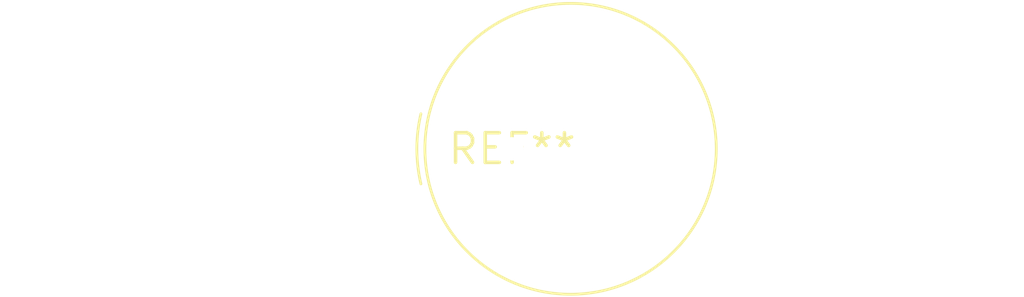
<source format=kicad_pcb>
(kicad_pcb (version 20240108) (generator pcbnew)
  (layers (0 "F.Cu" signal) (31 "B.Cu" signal) (34 "B.Paste" user) (35 "F.Paste" user) (36 "B.SilkS" user "B.Silkscreen") (37 "F.SilkS" user "F.Silkscreen") (38 "B.Mask" user) (39 "F.Mask" user) (44 "Edge.Cuts" user))
  (net 0 "")
  (footprint "Buzzer_TDK_PS1240P02BT_D12.2mm_H6.5mm" (layer "F.Cu") (at 0 0)
    (property "Reference" "REF**")
    (property "Value" "Buzzer_TDK_PS1240P02BT_D12.2mm_H6.5mm")
    (fp_arc (start -3.9 1.499999) (mid -4.073431 0) (end -3.9 -1.5) (layer "F.SilkS") (stroke (width 0.12)))
    (fp_circle (center 2.5 0) (end 8.73 0) (layer "F.SilkS") (stroke (width 0.12)) (fill none))
    (pad "1" thru_hole rect (at 0 0) (size 2 2) (drill 1) (layers *.Cu *.Mask) (remove_unused_layers))
    (pad "2" thru_hole circle (at 5 0) (size 2 2) (drill 1) (layers *.Cu *.Mask) (remove_unused_layers))
  )
)
</source>
